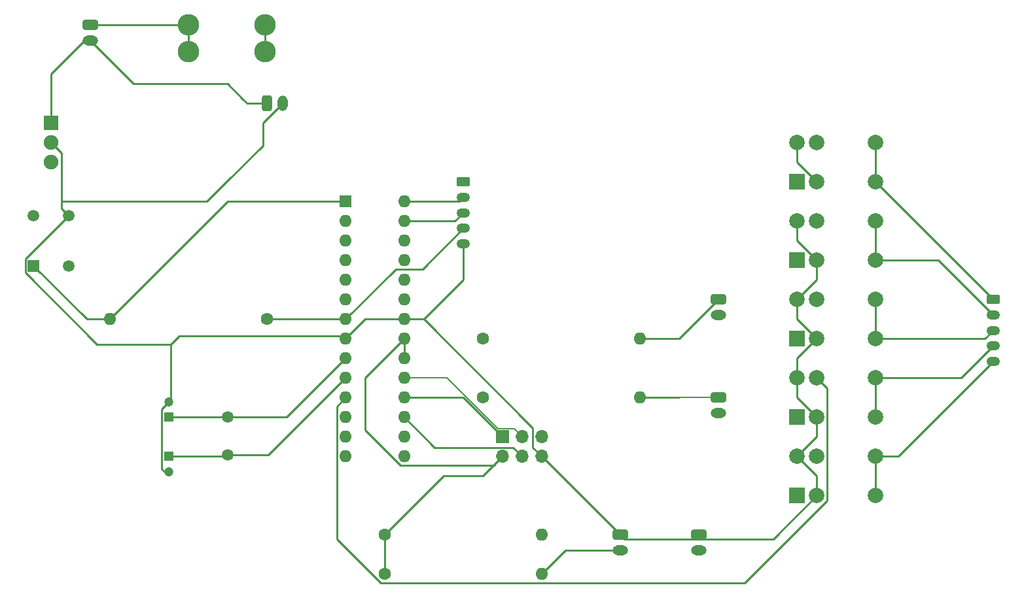
<source format=gbr>
%TF.GenerationSoftware,KiCad,Pcbnew,(5.99.0-7306-g4b2d9a5054)*%
%TF.CreationDate,2020-12-03T04:12:58-05:00*%
%TF.ProjectId,CaRFID,43615246-4944-42e6-9b69-6361645f7063,rev?*%
%TF.SameCoordinates,Original*%
%TF.FileFunction,Copper,L1,Top*%
%TF.FilePolarity,Positive*%
%FSLAX46Y46*%
G04 Gerber Fmt 4.6, Leading zero omitted, Abs format (unit mm)*
G04 Created by KiCad (PCBNEW (5.99.0-7306-g4b2d9a5054)) date 2020-12-03 04:12:58*
%MOMM*%
%LPD*%
G01*
G04 APERTURE LIST*
G04 Aperture macros list*
%AMRoundRect*
0 Rectangle with rounded corners*
0 $1 Rounding radius*
0 $2 $3 $4 $5 $6 $7 $8 $9 X,Y pos of 4 corners*
0 Add a 4 corners polygon primitive as box body*
4,1,4,$2,$3,$4,$5,$6,$7,$8,$9,$2,$3,0*
0 Add four circle primitives for the rounded corners*
1,1,$1+$1,$2,$3,0*
1,1,$1+$1,$4,$5,0*
1,1,$1+$1,$6,$7,0*
1,1,$1+$1,$8,$9,0*
0 Add four rect primitives between the rounded corners*
20,1,$1+$1,$2,$3,$4,$5,0*
20,1,$1+$1,$4,$5,$6,$7,0*
20,1,$1+$1,$6,$7,$8,$9,0*
20,1,$1+$1,$8,$9,$2,$3,0*%
G04 Aperture macros list end*
%TA.AperFunction,ComponentPad*%
%ADD10C,1.910000*%
%TD*%
%TA.AperFunction,ComponentPad*%
%ADD11R,1.910000X1.910000*%
%TD*%
%TA.AperFunction,ComponentPad*%
%ADD12RoundRect,0.250000X-0.750000X-0.400000X0.750000X-0.400000X0.750000X0.400000X-0.750000X0.400000X0*%
%TD*%
%TA.AperFunction,ComponentPad*%
%ADD13O,2.000000X1.300000*%
%TD*%
%TA.AperFunction,ComponentPad*%
%ADD14RoundRect,0.250000X0.400000X-0.750000X0.400000X0.750000X-0.400000X0.750000X-0.400000X-0.750000X0*%
%TD*%
%TA.AperFunction,ComponentPad*%
%ADD15O,1.300000X2.000000*%
%TD*%
%TA.AperFunction,ComponentPad*%
%ADD16R,1.200000X1.200000*%
%TD*%
%TA.AperFunction,ComponentPad*%
%ADD17C,1.200000*%
%TD*%
%TA.AperFunction,ComponentPad*%
%ADD18R,2.000000X2.000000*%
%TD*%
%TA.AperFunction,ComponentPad*%
%ADD19C,2.000000*%
%TD*%
%TA.AperFunction,ComponentPad*%
%ADD20R,1.700000X1.700000*%
%TD*%
%TA.AperFunction,ComponentPad*%
%ADD21O,1.700000X1.700000*%
%TD*%
%TA.AperFunction,ComponentPad*%
%ADD22R,1.600000X1.600000*%
%TD*%
%TA.AperFunction,ComponentPad*%
%ADD23O,1.600000X1.600000*%
%TD*%
%TA.AperFunction,ComponentPad*%
%ADD24C,1.600000*%
%TD*%
%TA.AperFunction,ComponentPad*%
%ADD25RoundRect,0.250000X-0.625000X0.350000X-0.625000X-0.350000X0.625000X-0.350000X0.625000X0.350000X0*%
%TD*%
%TA.AperFunction,ComponentPad*%
%ADD26O,1.750000X1.200000*%
%TD*%
%TA.AperFunction,ComponentPad*%
%ADD27C,2.780000*%
%TD*%
%TA.AperFunction,ComponentPad*%
%ADD28R,1.498000X1.498000*%
%TD*%
%TA.AperFunction,ComponentPad*%
%ADD29C,1.498000*%
%TD*%
%TA.AperFunction,ComponentPad*%
%ADD30C,1.500000*%
%TD*%
%TA.AperFunction,Conductor*%
%ADD31C,0.127000*%
%TD*%
%TA.AperFunction,Conductor*%
%ADD32C,0.250000*%
%TD*%
G04 APERTURE END LIST*
D10*
%TO.P,U1,3,OUT*%
%TO.N,Net-(J0-Pad4)*%
X22860000Y-68580000D03*
%TO.P,U1,2,GND*%
%TO.N,GND*%
X22860000Y-66040000D03*
D11*
%TO.P,U1,1,IN*%
%TO.N,Net-(J1-Pad1)*%
X22860000Y-63500000D03*
%TD*%
D12*
%TO.P,SW0,1,Pin_1*%
%TO.N,Net-(F0-Pad1)*%
X27940000Y-50800000D03*
D13*
%TO.P,SW0,2,Pin_2*%
%TO.N,Net-(J1-Pad1)*%
X27940000Y-52800000D03*
%TD*%
D12*
%TO.P,SW1,1,Pin_1*%
%TO.N,GND*%
X106680000Y-116840000D03*
D13*
%TO.P,SW1,2,Pin_2*%
%TO.N,Net-(J2-Pad3)*%
X106680000Y-118840000D03*
%TD*%
D12*
%TO.P,SW2,1,Pin_1*%
%TO.N,GND*%
X96520000Y-116840000D03*
D13*
%TO.P,SW2,2,Pin_2*%
%TO.N,Net-(J2-Pad1)*%
X96520000Y-118840000D03*
%TD*%
D12*
%TO.P,D0,1,Pin_1*%
%TO.N,Net-(D0-Pad1)*%
X109220000Y-86360000D03*
D13*
%TO.P,D0,2,Pin_2*%
%TO.N,GND*%
X109220000Y-88360000D03*
%TD*%
D12*
%TO.P,D1,1,Pin_1*%
%TO.N,Net-(D1-Pad1)*%
X109220000Y-99060000D03*
D13*
%TO.P,D1,2,Pin_2*%
%TO.N,GND*%
X109220000Y-101060000D03*
%TD*%
D14*
%TO.P,J1,1,Pin_1*%
%TO.N,Net-(J1-Pad1)*%
X50800000Y-60960000D03*
D15*
%TO.P,J1,2,Pin_2*%
%TO.N,GND*%
X52800000Y-60960000D03*
%TD*%
D16*
%TO.P,C0,1*%
%TO.N,Net-(C0-Pad1)*%
X38100000Y-101600000D03*
D17*
%TO.P,C0,2*%
%TO.N,GND*%
X38100000Y-99600000D03*
%TD*%
D18*
%TO.P,K2,1*%
%TO.N,Net-(K2-Pad1)*%
X119380000Y-91440000D03*
D19*
%TO.P,K2,2*%
%TO.N,GND*%
X121920000Y-91440000D03*
%TO.P,K2,5*%
%TO.N,Net-(J3-Pad3)*%
X129540000Y-91440000D03*
%TO.P,K2,6*%
X129540000Y-86360000D03*
%TO.P,K2,9*%
%TO.N,Net-(K2-Pad9)*%
X121920000Y-86360000D03*
%TO.P,K2,10*%
%TO.N,GND*%
X119380000Y-86360000D03*
%TD*%
D18*
%TO.P,K0,1*%
%TO.N,Net-(K0-Pad1)*%
X119380000Y-71120000D03*
D19*
%TO.P,K0,2*%
%TO.N,GND*%
X121920000Y-71120000D03*
%TO.P,K0,5*%
%TO.N,Net-(J3-Pad1)*%
X129540000Y-71120000D03*
%TO.P,K0,6*%
X129540000Y-66040000D03*
%TO.P,K0,9*%
%TO.N,Net-(K0-Pad9)*%
X121920000Y-66040000D03*
%TO.P,K0,10*%
%TO.N,GND*%
X119380000Y-66040000D03*
%TD*%
D20*
%TO.P,J2,1,MISO*%
%TO.N,Net-(J2-Pad1)*%
X81280000Y-104140000D03*
D21*
%TO.P,J2,2,VCC*%
%TO.N,Net-(J0-Pad4)*%
X81280000Y-106680000D03*
%TO.P,J2,3,SCK*%
%TO.N,Net-(J2-Pad3)*%
X83820000Y-104140000D03*
%TO.P,J2,4,MOSI*%
%TO.N,Net-(J2-Pad4)*%
X83820000Y-106680000D03*
%TO.P,J2,5,~RST*%
%TO.N,Net-(J2-Pad5)*%
X86360000Y-104140000D03*
%TO.P,J2,6,GND*%
%TO.N,GND*%
X86360000Y-106680000D03*
%TD*%
D18*
%TO.P,K4,1*%
%TO.N,Net-(K4-Pad1)*%
X119380000Y-111760000D03*
D19*
%TO.P,K4,2*%
%TO.N,GND*%
X121920000Y-111760000D03*
%TO.P,K4,5*%
%TO.N,Net-(J3-Pad5)*%
X129540000Y-111760000D03*
%TO.P,K4,6*%
X129540000Y-106680000D03*
%TO.P,K4,9*%
%TO.N,Net-(K4-Pad9)*%
X121920000Y-106680000D03*
%TO.P,K4,10*%
%TO.N,GND*%
X119380000Y-106680000D03*
%TD*%
D22*
%TO.P,U0,1,~RESET~/PC6*%
%TO.N,Net-(J2-Pad5)*%
X60960000Y-73660000D03*
D23*
%TO.P,U0,2,PD0*%
%TO.N,Net-(U0-Pad2)*%
X60960000Y-76200000D03*
%TO.P,U0,3,PD1*%
%TO.N,Net-(U0-Pad3)*%
X60960000Y-78740000D03*
%TO.P,U0,4,PD2*%
%TO.N,Net-(J0-Pad1)*%
X60960000Y-81280000D03*
%TO.P,U0,5,PD3*%
%TO.N,Net-(U0-Pad5)*%
X60960000Y-83820000D03*
%TO.P,U0,6,PD4*%
%TO.N,Net-(K1-Pad9)*%
X60960000Y-86360000D03*
%TO.P,U0,7,VCC*%
%TO.N,Net-(J0-Pad4)*%
X60960000Y-88900000D03*
%TO.P,U0,8,GND*%
%TO.N,GND*%
X60960000Y-91440000D03*
%TO.P,U0,9,XTAL1/PB6*%
%TO.N,Net-(C0-Pad1)*%
X60960000Y-93980000D03*
%TO.P,U0,10,XTAL2/PB7*%
%TO.N,Net-(C1-Pad1)*%
X60960000Y-96520000D03*
%TO.P,U0,11,PD5*%
%TO.N,Net-(K3-Pad9)*%
X60960000Y-99060000D03*
%TO.P,U0,12,PD6*%
%TO.N,Net-(K2-Pad9)*%
X60960000Y-101600000D03*
%TO.P,U0,13,PD7*%
%TO.N,Net-(K4-Pad9)*%
X60960000Y-104140000D03*
%TO.P,U0,14,PB0*%
%TO.N,Net-(K0-Pad9)*%
X60960000Y-106680000D03*
%TO.P,U0,15,PB1*%
%TO.N,Net-(U0-Pad15)*%
X68580000Y-106680000D03*
%TO.P,U0,16,PB2*%
%TO.N,Net-(R1-Pad1)*%
X68580000Y-104140000D03*
%TO.P,U0,17,PB3*%
%TO.N,Net-(J2-Pad4)*%
X68580000Y-101600000D03*
%TO.P,U0,18,PB4*%
%TO.N,Net-(J2-Pad1)*%
X68580000Y-99060000D03*
%TO.P,U0,19,PB5*%
%TO.N,Net-(J2-Pad3)*%
X68580000Y-96520000D03*
%TO.P,U0,20,AVCC*%
%TO.N,Net-(J0-Pad4)*%
X68580000Y-93980000D03*
%TO.P,U0,21,AREF*%
X68580000Y-91440000D03*
%TO.P,U0,22,GND*%
%TO.N,GND*%
X68580000Y-88900000D03*
%TO.P,U0,23,PC0*%
%TO.N,Net-(U0-Pad23)*%
X68580000Y-86360000D03*
%TO.P,U0,24,PC1*%
%TO.N,Net-(U0-Pad24)*%
X68580000Y-83820000D03*
%TO.P,U0,25,PC2*%
%TO.N,Net-(U0-Pad25)*%
X68580000Y-81280000D03*
%TO.P,U0,26,PC3*%
%TO.N,Net-(U0-Pad26)*%
X68580000Y-78740000D03*
%TO.P,U0,27,PC4*%
%TO.N,Net-(J0-Pad3)*%
X68580000Y-76200000D03*
%TO.P,U0,28,PC5*%
%TO.N,Net-(J0-Pad2)*%
X68580000Y-73660000D03*
%TD*%
D24*
%TO.P,R2,1*%
%TO.N,Net-(J0-Pad4)*%
X66040000Y-116840000D03*
D23*
%TO.P,R2,2*%
%TO.N,Net-(J2-Pad3)*%
X86360000Y-116840000D03*
%TD*%
D24*
%TO.P,R4,1*%
%TO.N,Net-(J0-Pad4)*%
X50800000Y-88900000D03*
D23*
%TO.P,R4,2*%
%TO.N,Net-(J2-Pad5)*%
X30480000Y-88900000D03*
%TD*%
D18*
%TO.P,K1,1*%
%TO.N,Net-(K1-Pad1)*%
X119380000Y-81280000D03*
D19*
%TO.P,K1,2*%
%TO.N,GND*%
X121920000Y-81280000D03*
%TO.P,K1,5*%
%TO.N,Net-(J3-Pad2)*%
X129540000Y-81280000D03*
%TO.P,K1,6*%
X129540000Y-76200000D03*
%TO.P,K1,9*%
%TO.N,Net-(K1-Pad9)*%
X121920000Y-76200000D03*
%TO.P,K1,10*%
%TO.N,GND*%
X119380000Y-76200000D03*
%TD*%
D24*
%TO.P,R0,1*%
%TO.N,Net-(J2-Pad4)*%
X78740000Y-91440000D03*
D23*
%TO.P,R0,2*%
%TO.N,Net-(D0-Pad1)*%
X99060000Y-91440000D03*
%TD*%
D25*
%TO.P,J3,1,Pin_1*%
%TO.N,Net-(J3-Pad1)*%
X144780000Y-86360000D03*
D26*
%TO.P,J3,2,Pin_2*%
%TO.N,Net-(J3-Pad2)*%
X144780000Y-88360000D03*
%TO.P,J3,3,Pin_3*%
%TO.N,Net-(J3-Pad3)*%
X144780000Y-90360000D03*
%TO.P,J3,4,Pin_4*%
%TO.N,Net-(J3-Pad4)*%
X144780000Y-92360000D03*
%TO.P,J3,5,Pin_5*%
%TO.N,Net-(J3-Pad5)*%
X144780000Y-94360000D03*
%TD*%
D27*
%TO.P,F0,1*%
%TO.N,Net-(F0-Pad1)*%
X40640000Y-54200000D03*
X40640000Y-50800000D03*
%TO.P,F0,2*%
%TO.N,+12V*%
X50560000Y-50800000D03*
X50560000Y-54200000D03*
%TD*%
D24*
%TO.P,R3,1*%
%TO.N,Net-(J0-Pad4)*%
X66040000Y-121920000D03*
D23*
%TO.P,R3,2*%
%TO.N,Net-(J2-Pad1)*%
X86360000Y-121920000D03*
%TD*%
D28*
%TO.P,SW3,1*%
%TO.N,Net-(J2-Pad5)*%
X20610000Y-81990000D03*
D29*
%TO.P,SW3,2*%
%TO.N,Net-(SW3-Pad2)*%
X20610000Y-75490000D03*
%TO.P,SW3,3*%
%TO.N,Net-(SW3-Pad3)*%
X25110000Y-81990000D03*
%TO.P,SW3,4*%
%TO.N,GND*%
X25110000Y-75490000D03*
%TD*%
D24*
%TO.P,R1,1*%
%TO.N,Net-(R1-Pad1)*%
X78740000Y-99060000D03*
D23*
%TO.P,R1,2*%
%TO.N,Net-(D1-Pad1)*%
X99060000Y-99060000D03*
%TD*%
D18*
%TO.P,K3,1*%
%TO.N,Net-(K3-Pad1)*%
X119380000Y-101600000D03*
D19*
%TO.P,K3,2*%
%TO.N,GND*%
X121920000Y-101600000D03*
%TO.P,K3,5*%
%TO.N,Net-(J3-Pad4)*%
X129540000Y-101600000D03*
%TO.P,K3,6*%
X129540000Y-96520000D03*
%TO.P,K3,9*%
%TO.N,Net-(K3-Pad9)*%
X121920000Y-96520000D03*
%TO.P,K3,10*%
%TO.N,GND*%
X119380000Y-96520000D03*
%TD*%
D25*
%TO.P,J0,1,Pin_1*%
%TO.N,Net-(J0-Pad1)*%
X76200000Y-71120000D03*
D26*
%TO.P,J0,2,Pin_2*%
%TO.N,Net-(J0-Pad2)*%
X76200000Y-73120000D03*
%TO.P,J0,3,Pin_3*%
%TO.N,Net-(J0-Pad3)*%
X76200000Y-75120000D03*
%TO.P,J0,4,Pin_4*%
%TO.N,Net-(J0-Pad4)*%
X76200000Y-77120000D03*
%TO.P,J0,5,Pin_5*%
%TO.N,GND*%
X76200000Y-79120000D03*
%TD*%
D30*
%TO.P,Y0,1,1*%
%TO.N,Net-(C0-Pad1)*%
X45720000Y-101600000D03*
%TO.P,Y0,2,2*%
%TO.N,Net-(C1-Pad1)*%
X45720000Y-106480000D03*
%TD*%
D16*
%TO.P,C1,1*%
%TO.N,Net-(C1-Pad1)*%
X38100000Y-106680000D03*
D17*
%TO.P,C1,2*%
%TO.N,GND*%
X38100000Y-108680000D03*
%TD*%
D31*
%TO.N,Net-(J2-Pad3)*%
X83820000Y-104140000D02*
X82779490Y-103099490D01*
X82779490Y-103099490D02*
X80685688Y-103099490D01*
X80685688Y-103099490D02*
X74106198Y-96520000D01*
X74106198Y-96520000D02*
X68580000Y-96520000D01*
D32*
%TO.N,GND*%
X42999634Y-73660000D02*
X45629817Y-71029817D01*
D31*
X45629817Y-71029817D02*
X45094124Y-71565510D01*
D32*
X45629817Y-71029817D02*
X50260000Y-66399634D01*
D31*
%TO.N,Net-(D1-Pad1)*%
X109220000Y-99060000D02*
X104140000Y-99060000D01*
D32*
%TO.N,Net-(J0-Pad4)*%
X60960000Y-88900000D02*
X50800000Y-88900000D01*
%TO.N,Net-(J1-Pad1)*%
X27940000Y-52800000D02*
X33560000Y-58420000D01*
X45720000Y-58420000D02*
X47610000Y-60310000D01*
X33560000Y-58420000D02*
X45720000Y-58420000D01*
%TO.N,Net-(K3-Pad9)*%
X59834999Y-117380001D02*
X59834999Y-100185001D01*
X112596001Y-123045001D02*
X65499999Y-123045001D01*
X123245001Y-112396001D02*
X112596001Y-123045001D01*
X65499999Y-123045001D02*
X59834999Y-117380001D01*
X123245001Y-97845001D02*
X123245001Y-112396001D01*
X121920000Y-96520000D02*
X123245001Y-97845001D01*
X59834999Y-100185001D02*
X60960000Y-99060000D01*
%TO.N,GND*%
X37560000Y-108680000D02*
X38100000Y-108680000D01*
X96520000Y-116840000D02*
X86360000Y-106680000D01*
X86360000Y-106680000D02*
X85184999Y-105504999D01*
X121920000Y-101600000D02*
X121920000Y-104140000D01*
X60595999Y-91075999D02*
X60960000Y-91440000D01*
X68580000Y-88900000D02*
X63500000Y-88900000D01*
X37174990Y-108294990D02*
X37560000Y-108680000D01*
X119380000Y-66040000D02*
X119380000Y-68580000D01*
X116300000Y-117380000D02*
X106680000Y-117380000D01*
X119380000Y-78740000D02*
X121920000Y-81280000D01*
X24185001Y-67365001D02*
X24185001Y-73504521D01*
X121920000Y-104140000D02*
X119380000Y-106680000D01*
X76200000Y-83820000D02*
X71120000Y-88900000D01*
X38390000Y-92150000D02*
X38390000Y-99310000D01*
X119380000Y-96520000D02*
X119380000Y-93980000D01*
X121920000Y-101600000D02*
X119380000Y-99060000D01*
X121920000Y-109220000D02*
X119380000Y-106680000D01*
X19535990Y-82873626D02*
X28812364Y-92150000D01*
X25110000Y-75490000D02*
X24185001Y-74565001D01*
X119380000Y-93980000D02*
X121920000Y-91440000D01*
X19535990Y-81064010D02*
X19535990Y-82873626D01*
X119380000Y-76200000D02*
X119380000Y-78740000D01*
X50800000Y-62960000D02*
X50260000Y-63500000D01*
X63500000Y-88900000D02*
X60960000Y-91440000D01*
X85184999Y-102964999D02*
X71120000Y-88900000D01*
X39464001Y-91075999D02*
X60595999Y-91075999D01*
X28812364Y-92150000D02*
X38390000Y-92150000D01*
X22860000Y-66040000D02*
X24185001Y-67365001D01*
X97060000Y-117380000D02*
X96520000Y-116840000D01*
X37174990Y-100525010D02*
X37174990Y-108294990D01*
X119380000Y-86360000D02*
X119380000Y-88900000D01*
X50260000Y-63500000D02*
X50260000Y-66399634D01*
X119380000Y-99060000D02*
X119380000Y-96520000D01*
X76200000Y-79120000D02*
X76200000Y-83820000D01*
X25110000Y-75490000D02*
X19535990Y-81064010D01*
X38390000Y-99310000D02*
X38100000Y-99600000D01*
X24185001Y-74565001D02*
X24185001Y-73504521D01*
X85184999Y-105504999D02*
X85184999Y-102964999D01*
X71120000Y-88900000D02*
X68580000Y-88900000D01*
X38390000Y-92150000D02*
X38600000Y-91940000D01*
X52800000Y-60960000D02*
X50800000Y-62960000D01*
X42999634Y-73660000D02*
X24340480Y-73660000D01*
X106680000Y-117380000D02*
X97060000Y-117380000D01*
X119380000Y-68580000D02*
X121920000Y-71120000D01*
X24340480Y-73660000D02*
X24185001Y-73504521D01*
X121920000Y-83820000D02*
X121920000Y-81280000D01*
X121920000Y-111760000D02*
X116300000Y-117380000D01*
X119380000Y-86360000D02*
X121920000Y-83820000D01*
X119380000Y-88900000D02*
X121920000Y-91440000D01*
X38600000Y-91940000D02*
X39464001Y-91075999D01*
X121920000Y-111760000D02*
X121920000Y-109220000D01*
X38100000Y-99600000D02*
X37174990Y-100525010D01*
%TO.N,Net-(J1-Pad1)*%
X22860000Y-57097998D02*
X22860000Y-63500000D01*
X27940000Y-52800000D02*
X27157998Y-52800000D01*
X50800000Y-60960000D02*
X48260000Y-60960000D01*
X27157998Y-52800000D02*
X22860000Y-57097998D01*
X48260000Y-60960000D02*
X47610000Y-60310000D01*
%TO.N,Net-(J0-Pad2)*%
X75660000Y-73660000D02*
X76200000Y-73120000D01*
X68580000Y-73660000D02*
X75660000Y-73660000D01*
%TO.N,Net-(C1-Pad1)*%
X51000000Y-106480000D02*
X60960000Y-96520000D01*
X45520000Y-106680000D02*
X38100000Y-106680000D01*
X45720000Y-106480000D02*
X51000000Y-106480000D01*
X45720000Y-106480000D02*
X45520000Y-106680000D01*
%TO.N,Net-(C0-Pad1)*%
X38100000Y-101600000D02*
X45720000Y-101600000D01*
X45720000Y-101600000D02*
X53340000Y-101600000D01*
X53340000Y-101600000D02*
X60960000Y-93980000D01*
%TO.N,Net-(J0-Pad4)*%
X66040000Y-116840000D02*
X73660000Y-109220000D01*
X81280000Y-106680000D02*
X80154999Y-107805001D01*
X76200000Y-77120000D02*
X70914999Y-82405001D01*
X66040000Y-121920000D02*
X66040000Y-116840000D01*
X63500000Y-98185002D02*
X63500000Y-96520000D01*
X78740000Y-109220000D02*
X81280000Y-106680000D01*
X68580000Y-93980000D02*
X68580000Y-91440000D01*
X70914999Y-82405001D02*
X67454999Y-82405001D01*
X67454999Y-82405001D02*
X60960000Y-88900000D01*
X63500000Y-103265002D02*
X63500000Y-98185002D01*
X63500000Y-96520000D02*
X68580000Y-91440000D01*
X73660000Y-109220000D02*
X78740000Y-109220000D01*
X80154999Y-107805001D02*
X68039999Y-107805001D01*
X68039999Y-107805001D02*
X63500000Y-103265002D01*
%TO.N,Net-(J2-Pad4)*%
X82644999Y-105504999D02*
X72484999Y-105504999D01*
X72484999Y-105504999D02*
X68580000Y-101600000D01*
X83820000Y-106680000D02*
X82644999Y-105504999D01*
%TO.N,Net-(J2-Pad5)*%
X45720000Y-73660000D02*
X60960000Y-73660000D01*
X30480000Y-88900000D02*
X45720000Y-73660000D01*
X54880000Y-73660000D02*
X60960000Y-73660000D01*
X27520000Y-88900000D02*
X30480000Y-88900000D01*
X20610000Y-81990000D02*
X27520000Y-88900000D01*
%TO.N,+12V*%
X50560000Y-50800000D02*
X50560000Y-54200000D01*
%TO.N,Net-(F0-Pad1)*%
X40640000Y-50800000D02*
X27940000Y-50800000D01*
X40640000Y-54200000D02*
X40640000Y-50800000D01*
%TO.N,Net-(D0-Pad1)*%
X104140000Y-91440000D02*
X109220000Y-86360000D01*
X99060000Y-91440000D02*
X104140000Y-91440000D01*
%TO.N,Net-(D1-Pad1)*%
X99060000Y-99060000D02*
X104140000Y-99060000D01*
%TO.N,Net-(J0-Pad3)*%
X76200000Y-75120000D02*
X75120000Y-76200000D01*
X75120000Y-76200000D02*
X68580000Y-76200000D01*
%TO.N,Net-(J2-Pad1)*%
X81280000Y-104140000D02*
X76200000Y-99060000D01*
X96520000Y-118840000D02*
X89440000Y-118840000D01*
X89440000Y-118840000D02*
X86360000Y-121920000D01*
X76200000Y-99060000D02*
X68580000Y-99060000D01*
%TO.N,Net-(J3-Pad5)*%
X129540000Y-106680000D02*
X132460000Y-106680000D01*
X129540000Y-111760000D02*
X129540000Y-106680000D01*
X132460000Y-106680000D02*
X144780000Y-94360000D01*
%TO.N,Net-(J3-Pad4)*%
X129540000Y-96520000D02*
X140620000Y-96520000D01*
X140620000Y-96520000D02*
X144780000Y-92360000D01*
X129540000Y-101600000D02*
X129540000Y-96520000D01*
%TO.N,Net-(J3-Pad3)*%
X129540000Y-91440000D02*
X129540000Y-86360000D01*
X129540000Y-91440000D02*
X143700000Y-91440000D01*
X143700000Y-91440000D02*
X144780000Y-90360000D01*
%TO.N,Net-(J3-Pad2)*%
X137700000Y-81280000D02*
X144780000Y-88360000D01*
X129540000Y-81280000D02*
X129540000Y-76200000D01*
X129540000Y-81280000D02*
X137700000Y-81280000D01*
%TO.N,Net-(J3-Pad1)*%
X129540000Y-71120000D02*
X129540000Y-66040000D01*
X129540000Y-71120000D02*
X144780000Y-86360000D01*
%TD*%
M02*

</source>
